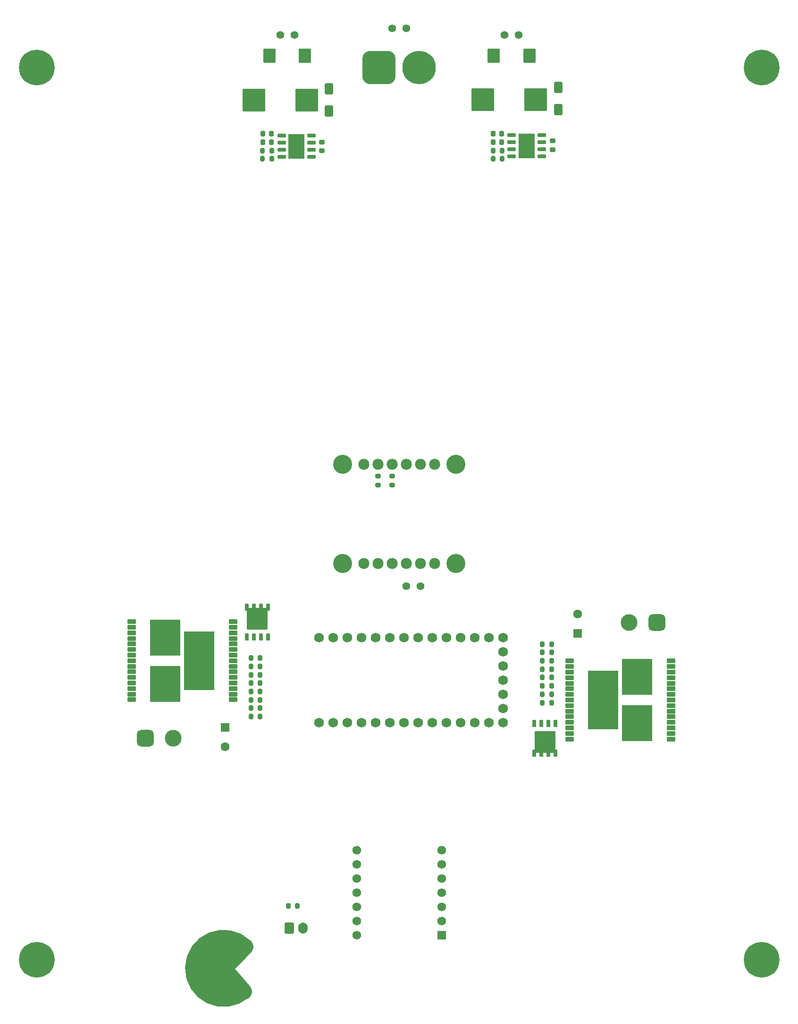
<source format=gbr>
%TF.GenerationSoftware,KiCad,Pcbnew,9.0.0*%
%TF.CreationDate,2025-06-18T15:22:37+08:00*%
%TF.ProjectId,elec,656c6563-2e6b-4696-9361-645f70636258,1*%
%TF.SameCoordinates,Original*%
%TF.FileFunction,Soldermask,Top*%
%TF.FilePolarity,Negative*%
%FSLAX46Y46*%
G04 Gerber Fmt 4.6, Leading zero omitted, Abs format (unit mm)*
G04 Created by KiCad (PCBNEW 9.0.0) date 2025-06-18 15:22:37*
%MOMM*%
%LPD*%
G01*
G04 APERTURE LIST*
G04 Aperture macros list*
%AMRoundRect*
0 Rectangle with rounded corners*
0 $1 Rounding radius*
0 $2 $3 $4 $5 $6 $7 $8 $9 X,Y pos of 4 corners*
0 Add a 4 corners polygon primitive as box body*
4,1,4,$2,$3,$4,$5,$6,$7,$8,$9,$2,$3,0*
0 Add four circle primitives for the rounded corners*
1,1,$1+$1,$2,$3*
1,1,$1+$1,$4,$5*
1,1,$1+$1,$6,$7*
1,1,$1+$1,$8,$9*
0 Add four rect primitives between the rounded corners*
20,1,$1+$1,$2,$3,$4,$5,0*
20,1,$1+$1,$4,$5,$6,$7,0*
20,1,$1+$1,$6,$7,$8,$9,0*
20,1,$1+$1,$8,$9,$2,$3,0*%
G04 Aperture macros list end*
%ADD10C,3.000000*%
%ADD11C,0.200000*%
%ADD12RoundRect,0.200000X-0.200000X-0.275000X0.200000X-0.275000X0.200000X0.275000X-0.200000X0.275000X0*%
%ADD13C,6.400000*%
%ADD14C,1.400000*%
%ADD15RoundRect,0.200000X0.200000X0.275000X-0.200000X0.275000X-0.200000X-0.275000X0.200000X-0.275000X0*%
%ADD16RoundRect,0.250000X-0.875000X-1.025000X0.875000X-1.025000X0.875000X1.025000X-0.875000X1.025000X0*%
%ADD17RoundRect,0.225000X-0.225000X-0.250000X0.225000X-0.250000X0.225000X0.250000X-0.225000X0.250000X0*%
%ADD18RoundRect,0.225000X-0.250000X0.225000X-0.250000X-0.225000X0.250000X-0.225000X0.250000X0.225000X0*%
%ADD19R,1.600000X1.600000*%
%ADD20C,1.600000*%
%ADD21RoundRect,0.750000X-0.750000X-0.750000X0.750000X-0.750000X0.750000X0.750000X-0.750000X0.750000X0*%
%ADD22C,3.000000*%
%ADD23RoundRect,0.061000X-0.244000X0.574000X-0.244000X-0.574000X0.244000X-0.574000X0.244000X0.574000X0*%
%ADD24RoundRect,0.061000X0.244000X-0.574000X0.244000X0.574000X-0.244000X0.574000X-0.244000X-0.574000X0*%
%ADD25RoundRect,0.187500X1.687500X1.767500X-1.687500X1.767500X-1.687500X-1.767500X1.687500X-1.767500X0*%
%ADD26RoundRect,0.060000X-0.715000X-0.240000X0.715000X-0.240000X0.715000X0.240000X-0.715000X0.240000X0*%
%ADD27R,3.000000X4.500000*%
%ADD28RoundRect,0.150000X0.600000X0.850000X-0.600000X0.850000X-0.600000X-0.850000X0.600000X-0.850000X0*%
%ADD29RoundRect,0.102000X-0.650000X-0.332500X0.650000X-0.332500X0.650000X0.332500X-0.650000X0.332500X0*%
%ADD30C,1.000000*%
%ADD31RoundRect,0.102000X-2.625000X-5.150000X2.625000X-5.150000X2.625000X5.150000X-2.625000X5.150000X0*%
%ADD32RoundRect,0.102000X-2.625000X-3.115000X2.625000X-3.115000X2.625000X3.115000X-2.625000X3.115000X0*%
%ADD33RoundRect,0.250000X-0.600000X-0.750000X0.600000X-0.750000X0.600000X0.750000X-0.600000X0.750000X0*%
%ADD34O,1.700000X2.000000*%
%ADD35C,1.982000*%
%ADD36C,3.404000*%
%ADD37RoundRect,0.250002X1.799998X1.799998X-1.799998X1.799998X-1.799998X-1.799998X1.799998X-1.799998X0*%
%ADD38RoundRect,0.750000X0.750000X0.750000X-0.750000X0.750000X-0.750000X-0.750000X0.750000X-0.750000X0*%
%ADD39RoundRect,0.102000X0.679000X0.679000X-0.679000X0.679000X-0.679000X-0.679000X0.679000X-0.679000X0*%
%ADD40C,1.562000*%
%ADD41RoundRect,0.200000X0.275000X-0.200000X0.275000X0.200000X-0.275000X0.200000X-0.275000X-0.200000X0*%
%ADD42RoundRect,0.225000X0.225000X0.250000X-0.225000X0.250000X-0.225000X-0.250000X0.225000X-0.250000X0*%
%ADD43RoundRect,0.102000X0.650000X0.332500X-0.650000X0.332500X-0.650000X-0.332500X0.650000X-0.332500X0*%
%ADD44RoundRect,0.102000X2.625000X5.150000X-2.625000X5.150000X-2.625000X-5.150000X2.625000X-5.150000X0*%
%ADD45RoundRect,0.102000X2.625000X3.115000X-2.625000X3.115000X-2.625000X-3.115000X2.625000X-3.115000X0*%
%ADD46C,1.734000*%
%ADD47RoundRect,1.500000X-1.500000X-1.500000X1.500000X-1.500000X1.500000X1.500000X-1.500000X1.500000X0*%
%ADD48C,6.000000*%
%ADD49RoundRect,0.200000X-0.275000X0.200000X-0.275000X-0.200000X0.275000X-0.200000X0.275000X0.200000X0*%
%ADD50RoundRect,0.187500X-1.687500X-1.767500X1.687500X-1.767500X1.687500X1.767500X-1.687500X1.767500X0*%
G04 APERTURE END LIST*
D10*
%TO.C,U4*%
X167000000Y-228750001D02*
X170573012Y-232858964D01*
X170800000Y-224850002D02*
X167000000Y-228750001D01*
X170573013Y-232858964D02*
G75*
G02*
X170800000Y-224850001I-3573013J4108963D01*
G01*
D11*
X168600000Y-223550001D02*
X169300000Y-223850001D01*
X170100000Y-224250001D01*
X170800000Y-224850001D01*
X167000000Y-228750001D01*
X170600000Y-232850001D01*
X170300000Y-233050001D01*
X169600000Y-233550001D01*
X168900000Y-233850001D01*
X167800000Y-234150001D01*
X167000000Y-234150001D01*
X165700000Y-234050001D01*
X164200000Y-233450001D01*
X163500000Y-232950001D01*
X162800000Y-232250001D01*
X162300000Y-231450001D01*
X161800000Y-230450001D01*
X161600000Y-229350001D01*
X161600000Y-227950001D01*
X162000000Y-226550001D01*
X162700000Y-225350001D01*
X163400000Y-224650001D01*
X164300000Y-224050001D01*
X165200000Y-223650001D01*
X166000000Y-223350001D01*
X167400000Y-223350001D01*
X168600000Y-223550001D01*
G36*
X168600000Y-223550001D02*
G01*
X169300000Y-223850001D01*
X170100000Y-224250001D01*
X170800000Y-224850001D01*
X167000000Y-228750001D01*
X170600000Y-232850001D01*
X170300000Y-233050001D01*
X169600000Y-233550001D01*
X168900000Y-233850001D01*
X167800000Y-234150001D01*
X167000000Y-234150001D01*
X165700000Y-234050001D01*
X164200000Y-233450001D01*
X163500000Y-232950001D01*
X162800000Y-232250001D01*
X162300000Y-231450001D01*
X161800000Y-230450001D01*
X161600000Y-229350001D01*
X161600000Y-227950001D01*
X162000000Y-226550001D01*
X162700000Y-225350001D01*
X163400000Y-224650001D01*
X164300000Y-224050001D01*
X165200000Y-223650001D01*
X166000000Y-223350001D01*
X167400000Y-223350001D01*
X168600000Y-223550001D01*
G37*
%TD*%
D12*
%TO.C,R21*%
X224175000Y-172125001D03*
X225825000Y-172125001D03*
%TD*%
D13*
%TO.C,H3*%
X133500000Y-227250001D03*
%TD*%
%TO.C,H4*%
X263500000Y-227250000D03*
%TD*%
D14*
%TO.C,TP3*%
X217400000Y-61400001D03*
X219940000Y-61400001D03*
%TD*%
D13*
%TO.C,H2*%
X263500000Y-67250001D03*
%TD*%
D15*
%TO.C,R14*%
X173575002Y-174625001D03*
X171925002Y-174625001D03*
%TD*%
D16*
%TO.C,C5*%
X175200000Y-65150001D03*
X181600000Y-65150001D03*
%TD*%
D14*
%TO.C,TP4*%
X177150000Y-61400001D03*
X179690000Y-61400001D03*
%TD*%
D17*
%TO.C,C7*%
X174050000Y-80650001D03*
X175600000Y-80650001D03*
%TD*%
D18*
%TO.C,C1*%
X184650000Y-80625001D03*
X184650000Y-82175001D03*
%TD*%
D15*
%TO.C,R9*%
X173575002Y-183625001D03*
X171925002Y-183625001D03*
%TD*%
D19*
%TO.C,C10*%
X230500709Y-168703357D03*
D20*
X230500709Y-165203357D03*
%TD*%
D19*
%TO.C,C9*%
X167250001Y-185547349D03*
D20*
X167250001Y-189047349D03*
%TD*%
D15*
%TO.C,R2*%
X175650000Y-83650001D03*
X174000000Y-83650001D03*
%TD*%
%TO.C,R8*%
X173575002Y-173125001D03*
X171925002Y-173125001D03*
%TD*%
D12*
%TO.C,R18*%
X224175710Y-176625706D03*
X225825710Y-176625706D03*
%TD*%
D21*
%TO.C,U6*%
X153000001Y-187500001D03*
D22*
X158000001Y-187500001D03*
%TD*%
D23*
%TO.C,Q2*%
X226560711Y-184875707D03*
X225290711Y-184875707D03*
X224020711Y-184875706D03*
X222750711Y-184875707D03*
D24*
X222750711Y-190215707D03*
X224020711Y-190215706D03*
X225290711Y-190215707D03*
X226560711Y-190215707D03*
D25*
X224685711Y-188150707D03*
%TD*%
D15*
%TO.C,R7*%
X180250001Y-217575001D03*
X178600001Y-217575001D03*
%TD*%
D12*
%TO.C,R3*%
X215325000Y-82150001D03*
X216975000Y-82150001D03*
%TD*%
D26*
%TO.C,U1*%
X177400000Y-79495001D03*
X177400000Y-80765001D03*
X177400000Y-82035001D03*
X177400000Y-83305001D03*
X182800000Y-83305001D03*
X182800000Y-82035001D03*
X182800000Y-80765001D03*
X182800000Y-79495001D03*
D27*
X180100000Y-81400001D03*
%TD*%
D28*
%TO.C,D2*%
X227050000Y-74800002D03*
X227050000Y-70800000D03*
%TD*%
D29*
%TO.C,U7*%
X229050709Y-173650706D03*
X229050709Y-174650706D03*
X229050709Y-175650706D03*
X229050709Y-176650706D03*
X229050709Y-177650706D03*
X229050709Y-178650706D03*
X229050709Y-179650706D03*
X229050709Y-180650706D03*
X229050709Y-181650706D03*
X229050709Y-182650706D03*
X229050709Y-183650706D03*
X229050709Y-184650706D03*
X229050709Y-185650706D03*
X229050709Y-186650706D03*
X229050709Y-187650706D03*
X247250709Y-187650706D03*
X247250709Y-186650706D03*
X247250709Y-185650706D03*
X247250709Y-184650706D03*
X247250709Y-183650706D03*
X247250709Y-182650706D03*
X247250709Y-181650706D03*
X247250709Y-180650706D03*
X247250709Y-179650706D03*
X247250709Y-178650706D03*
X247250709Y-177650706D03*
X247250709Y-176650706D03*
X247250709Y-175650706D03*
X247250709Y-174650706D03*
X247250709Y-173650706D03*
D30*
X233750709Y-177750706D03*
X233750709Y-179750706D03*
X233750709Y-181550706D03*
X233750709Y-183550706D03*
D31*
X235100709Y-180650706D03*
D30*
X235750709Y-177750706D03*
X235750709Y-179750706D03*
X235750709Y-181550706D03*
X235750709Y-183550706D03*
X240000709Y-175150706D03*
X240000709Y-178150707D03*
X241200709Y-175150706D03*
D32*
X241200709Y-176485706D03*
D30*
X241200709Y-178150706D03*
X242400709Y-175150706D03*
X242400709Y-178150706D03*
X240000709Y-183150705D03*
X240000709Y-186150706D03*
X241200709Y-183150706D03*
D32*
X241200709Y-184815706D03*
D30*
X241200709Y-186150706D03*
X242400709Y-183150706D03*
X242400709Y-186150706D03*
%TD*%
D13*
%TO.C,H1*%
X133500000Y-67250000D03*
%TD*%
D17*
%TO.C,C8*%
X215375000Y-80650001D03*
X216925000Y-80650001D03*
%TD*%
D33*
%TO.C,SW2*%
X178750001Y-221575001D03*
D34*
X181250001Y-221575001D03*
%TD*%
D35*
%TO.C,U3*%
X192150000Y-156140001D03*
X194690000Y-156140001D03*
X197230000Y-156140001D03*
X199770000Y-156140001D03*
X202310000Y-156140001D03*
X204850000Y-156140001D03*
X192150000Y-138360001D03*
X194690000Y-138360001D03*
X197230000Y-138360001D03*
X199770000Y-138360001D03*
X202310000Y-138360001D03*
X204850000Y-138360001D03*
D36*
X188340000Y-138360001D03*
X208660000Y-138360001D03*
X188340000Y-156140001D03*
X208660000Y-156140001D03*
%TD*%
D15*
%TO.C,R4*%
X216975000Y-83650001D03*
X215325000Y-83650001D03*
%TD*%
%TO.C,R10*%
X173575002Y-177625000D03*
X171925002Y-177625000D03*
%TD*%
D12*
%TO.C,R23*%
X224175708Y-175125707D03*
X225825708Y-175125707D03*
%TD*%
D16*
%TO.C,C6*%
X215450000Y-65150001D03*
X221850000Y-65150001D03*
%TD*%
D12*
%TO.C,R20*%
X224175710Y-178125706D03*
X225825710Y-178125706D03*
%TD*%
D14*
%TO.C,TP5*%
X199790000Y-160235001D03*
X202330000Y-160235001D03*
%TD*%
D12*
%TO.C,R19*%
X224175709Y-173625707D03*
X225825709Y-173625707D03*
%TD*%
D37*
%TO.C,L1*%
X181900000Y-73150001D03*
X172400000Y-73150001D03*
%TD*%
D15*
%TO.C,R15*%
X173575002Y-179125000D03*
X171925002Y-179125000D03*
%TD*%
D38*
%TO.C,U8*%
X244750708Y-166750706D03*
D22*
X239750708Y-166750706D03*
%TD*%
D12*
%TO.C,R1*%
X174000000Y-82150001D03*
X175650000Y-82150001D03*
%TD*%
%TO.C,R17*%
X224175708Y-170625706D03*
X225825708Y-170625706D03*
%TD*%
%TO.C,R22*%
X224175710Y-179625706D03*
X225825710Y-179625706D03*
%TD*%
D39*
%TO.C,U9*%
X206120000Y-222806501D03*
D40*
X206120000Y-220266501D03*
X206120000Y-217726501D03*
X206120000Y-215186501D03*
X206120000Y-212646501D03*
X206120000Y-210106501D03*
X206120000Y-207566501D03*
X190880000Y-207566501D03*
X190880000Y-210106501D03*
X190880000Y-212646501D03*
X190880000Y-215186501D03*
X190880000Y-217726501D03*
X190880000Y-220266501D03*
X190880000Y-222806501D03*
%TD*%
D14*
%TO.C,TP2*%
X197250000Y-60250001D03*
X199790000Y-60250001D03*
%TD*%
D15*
%TO.C,R13*%
X173575002Y-182125001D03*
X171925002Y-182125001D03*
%TD*%
D41*
%TO.C,R6*%
X197250000Y-142150001D03*
X197250000Y-140500001D03*
%TD*%
D12*
%TO.C,R16*%
X224175709Y-181125705D03*
X225825709Y-181125705D03*
%TD*%
D15*
%TO.C,R11*%
X173575002Y-180625001D03*
X171925002Y-180625001D03*
%TD*%
D42*
%TO.C,C4*%
X216925000Y-79150001D03*
X215375000Y-79150001D03*
%TD*%
D28*
%TO.C,D1*%
X185900000Y-75100002D03*
X185900000Y-71100000D03*
%TD*%
D42*
%TO.C,C3*%
X175600000Y-79150001D03*
X174050000Y-79150001D03*
%TD*%
D15*
%TO.C,R12*%
X173575002Y-176125001D03*
X171925002Y-176125001D03*
%TD*%
D43*
%TO.C,U5*%
X168700001Y-180600001D03*
X168700001Y-179600001D03*
X168700001Y-178600001D03*
X168700001Y-177600001D03*
X168700001Y-176600001D03*
X168700001Y-175600001D03*
X168700001Y-174600001D03*
X168700001Y-173600001D03*
X168700001Y-172600001D03*
X168700001Y-171600001D03*
X168700001Y-170600001D03*
X168700001Y-169600001D03*
X168700001Y-168600001D03*
X168700001Y-167600001D03*
X168700001Y-166600001D03*
X150500001Y-166600001D03*
X150500001Y-167600001D03*
X150500001Y-168600001D03*
X150500001Y-169600001D03*
X150500001Y-170600001D03*
X150500001Y-171600001D03*
X150500001Y-172600001D03*
X150500001Y-173600001D03*
X150500001Y-174600001D03*
X150500001Y-175600001D03*
X150500001Y-176600001D03*
X150500001Y-177600001D03*
X150500001Y-178600001D03*
X150500001Y-179600001D03*
X150500001Y-180600001D03*
D30*
X164000001Y-176500001D03*
X164000001Y-174500001D03*
X164000001Y-172700001D03*
X164000001Y-170700001D03*
D44*
X162650001Y-173600001D03*
D30*
X162000001Y-176500001D03*
X162000001Y-174500001D03*
X162000001Y-172700001D03*
X162000001Y-170700001D03*
X157750001Y-179100001D03*
X157750001Y-176100000D03*
X156550001Y-179100001D03*
D45*
X156550001Y-177765001D03*
D30*
X156550001Y-176100001D03*
X155350001Y-179100001D03*
X155350001Y-176100001D03*
X157750001Y-171100002D03*
X157750001Y-168100001D03*
X156550001Y-171100001D03*
D45*
X156550001Y-169435001D03*
D30*
X156550001Y-168100001D03*
X155350001Y-171100001D03*
X155350001Y-168100001D03*
%TD*%
D46*
%TO.C,A1*%
X186630000Y-184740001D03*
X189170000Y-184740001D03*
X191710000Y-184740001D03*
X194250000Y-184740001D03*
X217110000Y-179660001D03*
X189170000Y-169500001D03*
X196790000Y-184740001D03*
X199330000Y-184740001D03*
X201870000Y-184740001D03*
X204410000Y-184740001D03*
X206950000Y-184740001D03*
X209490000Y-184740001D03*
X212030000Y-184740001D03*
X214570000Y-184740001D03*
X217110000Y-184740001D03*
X217110000Y-169500001D03*
X214570000Y-169500001D03*
X212030000Y-169500001D03*
X209490000Y-169500001D03*
X206950000Y-169500001D03*
X204410000Y-169500001D03*
X201870000Y-169500001D03*
X199330000Y-169500001D03*
X196790000Y-169500001D03*
X194250000Y-169500001D03*
X191710000Y-169500001D03*
X184090000Y-184740001D03*
X217110000Y-177120001D03*
X186630000Y-169500001D03*
X217110000Y-172040002D03*
X217110000Y-174580001D03*
X217110000Y-182200000D03*
X184090000Y-169500001D03*
%TD*%
D47*
%TO.C,J1*%
X194900000Y-67250001D03*
D48*
X202100000Y-67250001D03*
%TD*%
D18*
%TO.C,C2*%
X226000000Y-80425001D03*
X226000000Y-81975001D03*
%TD*%
D49*
%TO.C,R5*%
X194710000Y-140500001D03*
X194710000Y-142150001D03*
%TD*%
D26*
%TO.C,U2*%
X218700000Y-79395001D03*
X218700000Y-80665001D03*
X218700000Y-81935001D03*
X218700000Y-83205001D03*
X224100000Y-83205001D03*
X224100000Y-81935001D03*
X224100000Y-80665001D03*
X224100000Y-79395001D03*
D27*
X221400000Y-81300001D03*
%TD*%
D37*
%TO.C,L2*%
X223000000Y-73000001D03*
X213500000Y-73000001D03*
%TD*%
D24*
%TO.C,Q1*%
X171190002Y-169375000D03*
X172460002Y-169375000D03*
X173730002Y-169375001D03*
X175000002Y-169375000D03*
D23*
X175000002Y-164035000D03*
X173730002Y-164035001D03*
X172460002Y-164035000D03*
X171190002Y-164035000D03*
D50*
X173065002Y-166100000D03*
%TD*%
M02*

</source>
